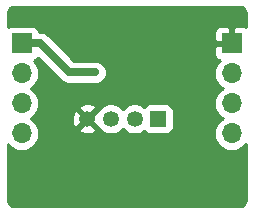
<source format=gbl>
G04 #@! TF.GenerationSoftware,KiCad,Pcbnew,(5.1.4)-1*
G04 #@! TF.CreationDate,2020-05-04T16:36:29+09:00*
G04 #@! TF.ProjectId,SPRESENSE_GROVE_ANA,53505245-5345-44e5-9345-5f47524f5645,v0.2*
G04 #@! TF.SameCoordinates,Original*
G04 #@! TF.FileFunction,Copper,L2,Bot*
G04 #@! TF.FilePolarity,Positive*
%FSLAX46Y46*%
G04 Gerber Fmt 4.6, Leading zero omitted, Abs format (unit mm)*
G04 Created by KiCad (PCBNEW (5.1.4)-1) date 2020-05-04 16:36:29*
%MOMM*%
%LPD*%
G04 APERTURE LIST*
%ADD10R,1.350000X1.350000*%
%ADD11C,1.350000*%
%ADD12R,1.700000X1.700000*%
%ADD13O,1.700000X1.700000*%
%ADD14C,0.600000*%
%ADD15C,0.700000*%
%ADD16C,0.254000*%
G04 APERTURE END LIST*
D10*
X136398000Y-111252000D03*
D11*
X134398000Y-111252000D03*
X132398000Y-111252000D03*
X130398000Y-111252000D03*
D12*
X124841000Y-104855000D03*
D13*
X124841000Y-107395000D03*
X124841000Y-109935000D03*
X124841000Y-112475000D03*
X142621000Y-112475000D03*
X142621000Y-109935000D03*
X142621000Y-107395000D03*
D12*
X142621000Y-104855000D03*
D14*
X131064000Y-107315000D03*
D15*
X128851000Y-107315000D02*
X131064000Y-107315000D01*
X124841000Y-104855000D02*
X126391000Y-104855000D01*
X126391000Y-104855000D02*
X128851000Y-107315000D01*
D16*
G36*
X143364109Y-101769005D02*
G01*
X143468101Y-101800402D01*
X143564014Y-101851399D01*
X143648194Y-101920055D01*
X143717440Y-102003758D01*
X143769105Y-102099311D01*
X143801227Y-102203078D01*
X143816000Y-102343641D01*
X143816000Y-103469388D01*
X143715180Y-103415498D01*
X143595482Y-103379188D01*
X143471000Y-103366928D01*
X142906750Y-103370000D01*
X142748000Y-103528750D01*
X142748000Y-104728000D01*
X142768000Y-104728000D01*
X142768000Y-104982000D01*
X142748000Y-104982000D01*
X142748000Y-105002000D01*
X142494000Y-105002000D01*
X142494000Y-104982000D01*
X141294750Y-104982000D01*
X141136000Y-105140750D01*
X141132928Y-105705000D01*
X141145188Y-105829482D01*
X141181498Y-105949180D01*
X141240463Y-106059494D01*
X141319815Y-106156185D01*
X141416506Y-106235537D01*
X141526820Y-106294502D01*
X141595687Y-106315393D01*
X141565866Y-106339866D01*
X141380294Y-106565986D01*
X141242401Y-106823966D01*
X141157487Y-107103889D01*
X141128815Y-107395000D01*
X141157487Y-107686111D01*
X141242401Y-107966034D01*
X141380294Y-108224014D01*
X141565866Y-108450134D01*
X141791986Y-108635706D01*
X141846791Y-108665000D01*
X141791986Y-108694294D01*
X141565866Y-108879866D01*
X141380294Y-109105986D01*
X141242401Y-109363966D01*
X141157487Y-109643889D01*
X141128815Y-109935000D01*
X141157487Y-110226111D01*
X141242401Y-110506034D01*
X141380294Y-110764014D01*
X141565866Y-110990134D01*
X141791986Y-111175706D01*
X141846791Y-111205000D01*
X141791986Y-111234294D01*
X141565866Y-111419866D01*
X141380294Y-111645986D01*
X141242401Y-111903966D01*
X141157487Y-112183889D01*
X141128815Y-112475000D01*
X141157487Y-112766111D01*
X141242401Y-113046034D01*
X141380294Y-113304014D01*
X141565866Y-113530134D01*
X141791986Y-113715706D01*
X142049966Y-113853599D01*
X142329889Y-113938513D01*
X142548050Y-113960000D01*
X142693950Y-113960000D01*
X142912111Y-113938513D01*
X143192034Y-113853599D01*
X143450014Y-113715706D01*
X143676134Y-113530134D01*
X143816001Y-113359706D01*
X143816001Y-118075270D01*
X143801995Y-118218109D01*
X143770599Y-118322099D01*
X143719601Y-118418013D01*
X143650941Y-118502199D01*
X143567243Y-118571439D01*
X143471689Y-118623105D01*
X143367922Y-118655227D01*
X143227359Y-118670000D01*
X124240720Y-118670000D01*
X124097891Y-118655995D01*
X123993901Y-118624599D01*
X123897987Y-118573601D01*
X123813801Y-118504941D01*
X123744561Y-118421243D01*
X123692895Y-118325689D01*
X123660773Y-118221922D01*
X123646000Y-118081359D01*
X123646000Y-113359707D01*
X123785866Y-113530134D01*
X124011986Y-113715706D01*
X124269966Y-113853599D01*
X124549889Y-113938513D01*
X124768050Y-113960000D01*
X124913950Y-113960000D01*
X125132111Y-113938513D01*
X125412034Y-113853599D01*
X125670014Y-113715706D01*
X125896134Y-113530134D01*
X126081706Y-113304014D01*
X126219599Y-113046034D01*
X126304513Y-112766111D01*
X126333185Y-112475000D01*
X126304513Y-112183889D01*
X126295871Y-112155400D01*
X129674205Y-112155400D01*
X129730630Y-112386621D01*
X129964808Y-112495017D01*
X130215633Y-112555645D01*
X130473465Y-112566174D01*
X130728398Y-112526200D01*
X130970633Y-112437259D01*
X131065370Y-112386621D01*
X131121795Y-112155400D01*
X130398000Y-111431605D01*
X129674205Y-112155400D01*
X126295871Y-112155400D01*
X126219599Y-111903966D01*
X126081706Y-111645986D01*
X125896134Y-111419866D01*
X125783544Y-111327465D01*
X129083826Y-111327465D01*
X129123800Y-111582398D01*
X129212741Y-111824633D01*
X129263379Y-111919370D01*
X129494600Y-111975795D01*
X130218395Y-111252000D01*
X130577605Y-111252000D01*
X131301400Y-111975795D01*
X131305441Y-111974809D01*
X131380456Y-112087077D01*
X131562923Y-112269544D01*
X131777482Y-112412907D01*
X132015887Y-112511658D01*
X132268976Y-112562000D01*
X132527024Y-112562000D01*
X132780113Y-112511658D01*
X133018518Y-112412907D01*
X133233077Y-112269544D01*
X133398000Y-112104621D01*
X133562923Y-112269544D01*
X133777482Y-112412907D01*
X134015887Y-112511658D01*
X134268976Y-112562000D01*
X134527024Y-112562000D01*
X134780113Y-112511658D01*
X135018518Y-112412907D01*
X135200513Y-112291303D01*
X135271815Y-112378185D01*
X135368506Y-112457537D01*
X135478820Y-112516502D01*
X135598518Y-112552812D01*
X135723000Y-112565072D01*
X137073000Y-112565072D01*
X137197482Y-112552812D01*
X137317180Y-112516502D01*
X137427494Y-112457537D01*
X137524185Y-112378185D01*
X137603537Y-112281494D01*
X137662502Y-112171180D01*
X137698812Y-112051482D01*
X137711072Y-111927000D01*
X137711072Y-110577000D01*
X137698812Y-110452518D01*
X137662502Y-110332820D01*
X137603537Y-110222506D01*
X137524185Y-110125815D01*
X137427494Y-110046463D01*
X137317180Y-109987498D01*
X137197482Y-109951188D01*
X137073000Y-109938928D01*
X135723000Y-109938928D01*
X135598518Y-109951188D01*
X135478820Y-109987498D01*
X135368506Y-110046463D01*
X135271815Y-110125815D01*
X135200513Y-110212697D01*
X135018518Y-110091093D01*
X134780113Y-109992342D01*
X134527024Y-109942000D01*
X134268976Y-109942000D01*
X134015887Y-109992342D01*
X133777482Y-110091093D01*
X133562923Y-110234456D01*
X133398000Y-110399379D01*
X133233077Y-110234456D01*
X133018518Y-110091093D01*
X132780113Y-109992342D01*
X132527024Y-109942000D01*
X132268976Y-109942000D01*
X132015887Y-109992342D01*
X131777482Y-110091093D01*
X131562923Y-110234456D01*
X131380456Y-110416923D01*
X131305441Y-110529191D01*
X131301400Y-110528205D01*
X130577605Y-111252000D01*
X130218395Y-111252000D01*
X129494600Y-110528205D01*
X129263379Y-110584630D01*
X129154983Y-110818808D01*
X129094355Y-111069633D01*
X129083826Y-111327465D01*
X125783544Y-111327465D01*
X125670014Y-111234294D01*
X125615209Y-111205000D01*
X125670014Y-111175706D01*
X125896134Y-110990134D01*
X126081706Y-110764014D01*
X126219599Y-110506034D01*
X126267356Y-110348600D01*
X129674205Y-110348600D01*
X130398000Y-111072395D01*
X131121795Y-110348600D01*
X131065370Y-110117379D01*
X130831192Y-110008983D01*
X130580367Y-109948355D01*
X130322535Y-109937826D01*
X130067602Y-109977800D01*
X129825367Y-110066741D01*
X129730630Y-110117379D01*
X129674205Y-110348600D01*
X126267356Y-110348600D01*
X126304513Y-110226111D01*
X126333185Y-109935000D01*
X126304513Y-109643889D01*
X126219599Y-109363966D01*
X126081706Y-109105986D01*
X125896134Y-108879866D01*
X125670014Y-108694294D01*
X125615209Y-108665000D01*
X125670014Y-108635706D01*
X125896134Y-108450134D01*
X126081706Y-108224014D01*
X126219599Y-107966034D01*
X126304513Y-107686111D01*
X126333185Y-107395000D01*
X126304513Y-107103889D01*
X126219599Y-106823966D01*
X126081706Y-106565986D01*
X125896134Y-106339866D01*
X125866313Y-106315393D01*
X125935180Y-106294502D01*
X126045494Y-106235537D01*
X126142185Y-106156185D01*
X126212953Y-106069953D01*
X128120284Y-107977284D01*
X128151130Y-108014870D01*
X128301116Y-108137960D01*
X128472233Y-108229424D01*
X128614691Y-108272638D01*
X128657905Y-108285747D01*
X128850999Y-108304765D01*
X128899379Y-108300000D01*
X131112380Y-108300000D01*
X131257094Y-108285747D01*
X131442767Y-108229424D01*
X131613884Y-108137960D01*
X131763870Y-108014870D01*
X131886960Y-107864884D01*
X131978424Y-107693767D01*
X132034747Y-107508094D01*
X132053765Y-107315000D01*
X132034747Y-107121906D01*
X131978424Y-106936233D01*
X131886960Y-106765116D01*
X131763870Y-106615130D01*
X131613884Y-106492040D01*
X131442767Y-106400576D01*
X131257094Y-106344253D01*
X131112380Y-106330000D01*
X129259000Y-106330000D01*
X127121716Y-104192716D01*
X127090870Y-104155130D01*
X126940884Y-104032040D01*
X126890296Y-104005000D01*
X141132928Y-104005000D01*
X141136000Y-104569250D01*
X141294750Y-104728000D01*
X142494000Y-104728000D01*
X142494000Y-103528750D01*
X142335250Y-103370000D01*
X141771000Y-103366928D01*
X141646518Y-103379188D01*
X141526820Y-103415498D01*
X141416506Y-103474463D01*
X141319815Y-103553815D01*
X141240463Y-103650506D01*
X141181498Y-103760820D01*
X141145188Y-103880518D01*
X141132928Y-104005000D01*
X126890296Y-104005000D01*
X126769767Y-103940576D01*
X126584094Y-103884253D01*
X126439380Y-103870000D01*
X126391000Y-103865235D01*
X126342620Y-103870000D01*
X126313621Y-103870000D01*
X126280502Y-103760820D01*
X126221537Y-103650506D01*
X126142185Y-103553815D01*
X126045494Y-103474463D01*
X125935180Y-103415498D01*
X125815482Y-103379188D01*
X125691000Y-103366928D01*
X123991000Y-103366928D01*
X123866518Y-103379188D01*
X123746820Y-103415498D01*
X123646000Y-103469388D01*
X123646000Y-102349720D01*
X123660005Y-102206891D01*
X123691402Y-102102899D01*
X123742399Y-102006986D01*
X123811055Y-101922806D01*
X123894758Y-101853560D01*
X123990311Y-101801895D01*
X124094078Y-101769773D01*
X124234641Y-101755000D01*
X143221280Y-101755000D01*
X143364109Y-101769005D01*
X143364109Y-101769005D01*
G37*
X143364109Y-101769005D02*
X143468101Y-101800402D01*
X143564014Y-101851399D01*
X143648194Y-101920055D01*
X143717440Y-102003758D01*
X143769105Y-102099311D01*
X143801227Y-102203078D01*
X143816000Y-102343641D01*
X143816000Y-103469388D01*
X143715180Y-103415498D01*
X143595482Y-103379188D01*
X143471000Y-103366928D01*
X142906750Y-103370000D01*
X142748000Y-103528750D01*
X142748000Y-104728000D01*
X142768000Y-104728000D01*
X142768000Y-104982000D01*
X142748000Y-104982000D01*
X142748000Y-105002000D01*
X142494000Y-105002000D01*
X142494000Y-104982000D01*
X141294750Y-104982000D01*
X141136000Y-105140750D01*
X141132928Y-105705000D01*
X141145188Y-105829482D01*
X141181498Y-105949180D01*
X141240463Y-106059494D01*
X141319815Y-106156185D01*
X141416506Y-106235537D01*
X141526820Y-106294502D01*
X141595687Y-106315393D01*
X141565866Y-106339866D01*
X141380294Y-106565986D01*
X141242401Y-106823966D01*
X141157487Y-107103889D01*
X141128815Y-107395000D01*
X141157487Y-107686111D01*
X141242401Y-107966034D01*
X141380294Y-108224014D01*
X141565866Y-108450134D01*
X141791986Y-108635706D01*
X141846791Y-108665000D01*
X141791986Y-108694294D01*
X141565866Y-108879866D01*
X141380294Y-109105986D01*
X141242401Y-109363966D01*
X141157487Y-109643889D01*
X141128815Y-109935000D01*
X141157487Y-110226111D01*
X141242401Y-110506034D01*
X141380294Y-110764014D01*
X141565866Y-110990134D01*
X141791986Y-111175706D01*
X141846791Y-111205000D01*
X141791986Y-111234294D01*
X141565866Y-111419866D01*
X141380294Y-111645986D01*
X141242401Y-111903966D01*
X141157487Y-112183889D01*
X141128815Y-112475000D01*
X141157487Y-112766111D01*
X141242401Y-113046034D01*
X141380294Y-113304014D01*
X141565866Y-113530134D01*
X141791986Y-113715706D01*
X142049966Y-113853599D01*
X142329889Y-113938513D01*
X142548050Y-113960000D01*
X142693950Y-113960000D01*
X142912111Y-113938513D01*
X143192034Y-113853599D01*
X143450014Y-113715706D01*
X143676134Y-113530134D01*
X143816001Y-113359706D01*
X143816001Y-118075270D01*
X143801995Y-118218109D01*
X143770599Y-118322099D01*
X143719601Y-118418013D01*
X143650941Y-118502199D01*
X143567243Y-118571439D01*
X143471689Y-118623105D01*
X143367922Y-118655227D01*
X143227359Y-118670000D01*
X124240720Y-118670000D01*
X124097891Y-118655995D01*
X123993901Y-118624599D01*
X123897987Y-118573601D01*
X123813801Y-118504941D01*
X123744561Y-118421243D01*
X123692895Y-118325689D01*
X123660773Y-118221922D01*
X123646000Y-118081359D01*
X123646000Y-113359707D01*
X123785866Y-113530134D01*
X124011986Y-113715706D01*
X124269966Y-113853599D01*
X124549889Y-113938513D01*
X124768050Y-113960000D01*
X124913950Y-113960000D01*
X125132111Y-113938513D01*
X125412034Y-113853599D01*
X125670014Y-113715706D01*
X125896134Y-113530134D01*
X126081706Y-113304014D01*
X126219599Y-113046034D01*
X126304513Y-112766111D01*
X126333185Y-112475000D01*
X126304513Y-112183889D01*
X126295871Y-112155400D01*
X129674205Y-112155400D01*
X129730630Y-112386621D01*
X129964808Y-112495017D01*
X130215633Y-112555645D01*
X130473465Y-112566174D01*
X130728398Y-112526200D01*
X130970633Y-112437259D01*
X131065370Y-112386621D01*
X131121795Y-112155400D01*
X130398000Y-111431605D01*
X129674205Y-112155400D01*
X126295871Y-112155400D01*
X126219599Y-111903966D01*
X126081706Y-111645986D01*
X125896134Y-111419866D01*
X125783544Y-111327465D01*
X129083826Y-111327465D01*
X129123800Y-111582398D01*
X129212741Y-111824633D01*
X129263379Y-111919370D01*
X129494600Y-111975795D01*
X130218395Y-111252000D01*
X130577605Y-111252000D01*
X131301400Y-111975795D01*
X131305441Y-111974809D01*
X131380456Y-112087077D01*
X131562923Y-112269544D01*
X131777482Y-112412907D01*
X132015887Y-112511658D01*
X132268976Y-112562000D01*
X132527024Y-112562000D01*
X132780113Y-112511658D01*
X133018518Y-112412907D01*
X133233077Y-112269544D01*
X133398000Y-112104621D01*
X133562923Y-112269544D01*
X133777482Y-112412907D01*
X134015887Y-112511658D01*
X134268976Y-112562000D01*
X134527024Y-112562000D01*
X134780113Y-112511658D01*
X135018518Y-112412907D01*
X135200513Y-112291303D01*
X135271815Y-112378185D01*
X135368506Y-112457537D01*
X135478820Y-112516502D01*
X135598518Y-112552812D01*
X135723000Y-112565072D01*
X137073000Y-112565072D01*
X137197482Y-112552812D01*
X137317180Y-112516502D01*
X137427494Y-112457537D01*
X137524185Y-112378185D01*
X137603537Y-112281494D01*
X137662502Y-112171180D01*
X137698812Y-112051482D01*
X137711072Y-111927000D01*
X137711072Y-110577000D01*
X137698812Y-110452518D01*
X137662502Y-110332820D01*
X137603537Y-110222506D01*
X137524185Y-110125815D01*
X137427494Y-110046463D01*
X137317180Y-109987498D01*
X137197482Y-109951188D01*
X137073000Y-109938928D01*
X135723000Y-109938928D01*
X135598518Y-109951188D01*
X135478820Y-109987498D01*
X135368506Y-110046463D01*
X135271815Y-110125815D01*
X135200513Y-110212697D01*
X135018518Y-110091093D01*
X134780113Y-109992342D01*
X134527024Y-109942000D01*
X134268976Y-109942000D01*
X134015887Y-109992342D01*
X133777482Y-110091093D01*
X133562923Y-110234456D01*
X133398000Y-110399379D01*
X133233077Y-110234456D01*
X133018518Y-110091093D01*
X132780113Y-109992342D01*
X132527024Y-109942000D01*
X132268976Y-109942000D01*
X132015887Y-109992342D01*
X131777482Y-110091093D01*
X131562923Y-110234456D01*
X131380456Y-110416923D01*
X131305441Y-110529191D01*
X131301400Y-110528205D01*
X130577605Y-111252000D01*
X130218395Y-111252000D01*
X129494600Y-110528205D01*
X129263379Y-110584630D01*
X129154983Y-110818808D01*
X129094355Y-111069633D01*
X129083826Y-111327465D01*
X125783544Y-111327465D01*
X125670014Y-111234294D01*
X125615209Y-111205000D01*
X125670014Y-111175706D01*
X125896134Y-110990134D01*
X126081706Y-110764014D01*
X126219599Y-110506034D01*
X126267356Y-110348600D01*
X129674205Y-110348600D01*
X130398000Y-111072395D01*
X131121795Y-110348600D01*
X131065370Y-110117379D01*
X130831192Y-110008983D01*
X130580367Y-109948355D01*
X130322535Y-109937826D01*
X130067602Y-109977800D01*
X129825367Y-110066741D01*
X129730630Y-110117379D01*
X129674205Y-110348600D01*
X126267356Y-110348600D01*
X126304513Y-110226111D01*
X126333185Y-109935000D01*
X126304513Y-109643889D01*
X126219599Y-109363966D01*
X126081706Y-109105986D01*
X125896134Y-108879866D01*
X125670014Y-108694294D01*
X125615209Y-108665000D01*
X125670014Y-108635706D01*
X125896134Y-108450134D01*
X126081706Y-108224014D01*
X126219599Y-107966034D01*
X126304513Y-107686111D01*
X126333185Y-107395000D01*
X126304513Y-107103889D01*
X126219599Y-106823966D01*
X126081706Y-106565986D01*
X125896134Y-106339866D01*
X125866313Y-106315393D01*
X125935180Y-106294502D01*
X126045494Y-106235537D01*
X126142185Y-106156185D01*
X126212953Y-106069953D01*
X128120284Y-107977284D01*
X128151130Y-108014870D01*
X128301116Y-108137960D01*
X128472233Y-108229424D01*
X128614691Y-108272638D01*
X128657905Y-108285747D01*
X128850999Y-108304765D01*
X128899379Y-108300000D01*
X131112380Y-108300000D01*
X131257094Y-108285747D01*
X131442767Y-108229424D01*
X131613884Y-108137960D01*
X131763870Y-108014870D01*
X131886960Y-107864884D01*
X131978424Y-107693767D01*
X132034747Y-107508094D01*
X132053765Y-107315000D01*
X132034747Y-107121906D01*
X131978424Y-106936233D01*
X131886960Y-106765116D01*
X131763870Y-106615130D01*
X131613884Y-106492040D01*
X131442767Y-106400576D01*
X131257094Y-106344253D01*
X131112380Y-106330000D01*
X129259000Y-106330000D01*
X127121716Y-104192716D01*
X127090870Y-104155130D01*
X126940884Y-104032040D01*
X126890296Y-104005000D01*
X141132928Y-104005000D01*
X141136000Y-104569250D01*
X141294750Y-104728000D01*
X142494000Y-104728000D01*
X142494000Y-103528750D01*
X142335250Y-103370000D01*
X141771000Y-103366928D01*
X141646518Y-103379188D01*
X141526820Y-103415498D01*
X141416506Y-103474463D01*
X141319815Y-103553815D01*
X141240463Y-103650506D01*
X141181498Y-103760820D01*
X141145188Y-103880518D01*
X141132928Y-104005000D01*
X126890296Y-104005000D01*
X126769767Y-103940576D01*
X126584094Y-103884253D01*
X126439380Y-103870000D01*
X126391000Y-103865235D01*
X126342620Y-103870000D01*
X126313621Y-103870000D01*
X126280502Y-103760820D01*
X126221537Y-103650506D01*
X126142185Y-103553815D01*
X126045494Y-103474463D01*
X125935180Y-103415498D01*
X125815482Y-103379188D01*
X125691000Y-103366928D01*
X123991000Y-103366928D01*
X123866518Y-103379188D01*
X123746820Y-103415498D01*
X123646000Y-103469388D01*
X123646000Y-102349720D01*
X123660005Y-102206891D01*
X123691402Y-102102899D01*
X123742399Y-102006986D01*
X123811055Y-101922806D01*
X123894758Y-101853560D01*
X123990311Y-101801895D01*
X124094078Y-101769773D01*
X124234641Y-101755000D01*
X143221280Y-101755000D01*
X143364109Y-101769005D01*
M02*

</source>
